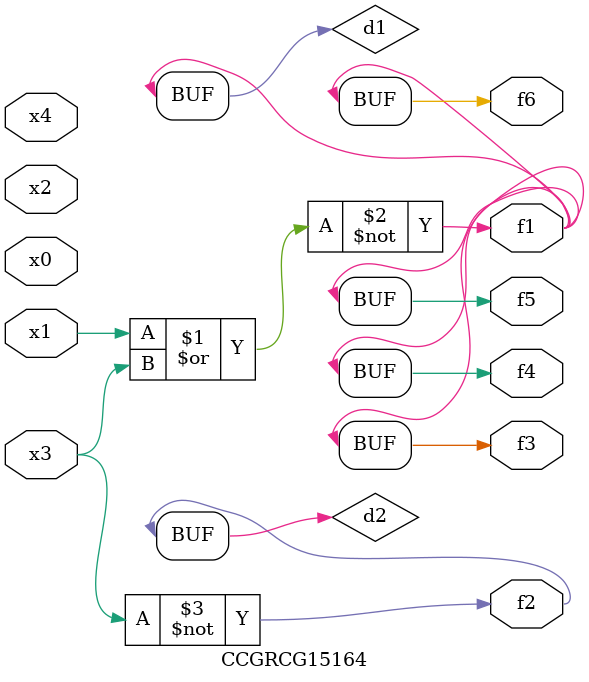
<source format=v>
module CCGRCG15164(
	input x0, x1, x2, x3, x4,
	output f1, f2, f3, f4, f5, f6
);

	wire d1, d2;

	nor (d1, x1, x3);
	not (d2, x3);
	assign f1 = d1;
	assign f2 = d2;
	assign f3 = d1;
	assign f4 = d1;
	assign f5 = d1;
	assign f6 = d1;
endmodule

</source>
